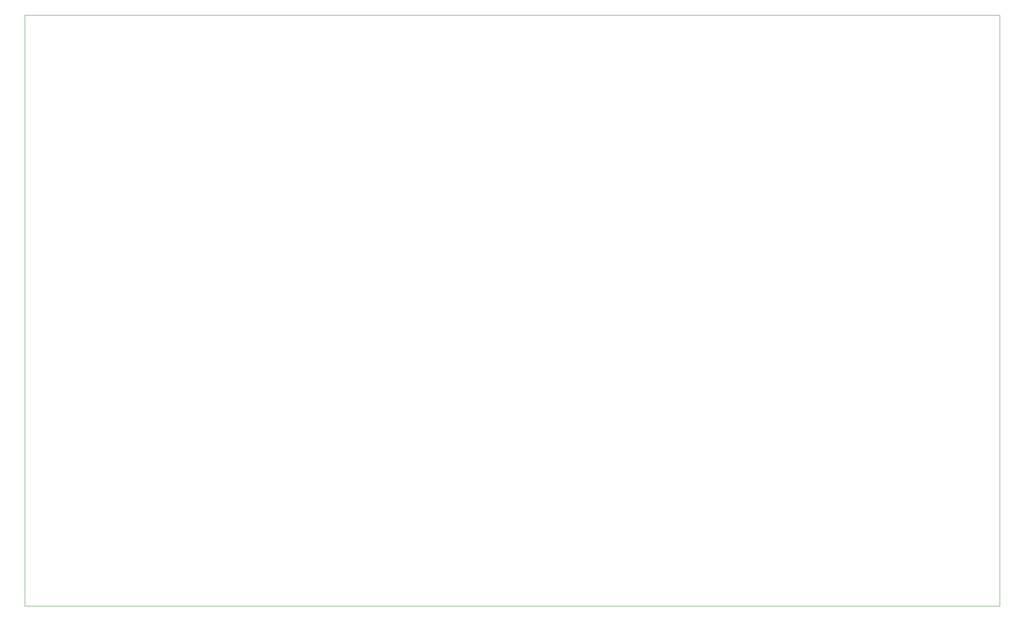
<source format=gbr>
G04 #@! TF.GenerationSoftware,KiCad,Pcbnew,(5.1.2-1)-1*
G04 #@! TF.CreationDate,2019-08-04T21:57:59+02:00*
G04 #@! TF.ProjectId,AtomIOExt,41746f6d-494f-4457-9874-2e6b69636164,rev?*
G04 #@! TF.SameCoordinates,Original*
G04 #@! TF.FileFunction,Profile,NP*
%FSLAX46Y46*%
G04 Gerber Fmt 4.6, Leading zero omitted, Abs format (unit mm)*
G04 Created by KiCad (PCBNEW (5.1.2-1)-1) date 2019-08-04 21:57:59*
%MOMM*%
%LPD*%
G04 APERTURE LIST*
%ADD10C,0.100000*%
G04 APERTURE END LIST*
D10*
X58420000Y-144780000D02*
X58420000Y-25400000D01*
X255270000Y-144780000D02*
X58420000Y-144780000D01*
X255270000Y-25400000D02*
X255270000Y-144780000D01*
X58420000Y-25400000D02*
X255270000Y-25400000D01*
M02*

</source>
